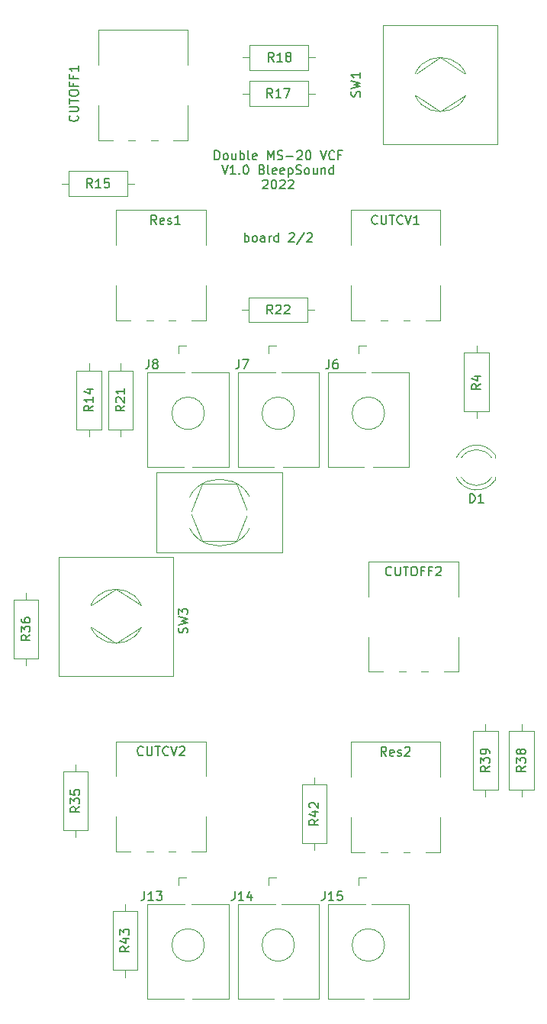
<source format=gto>
G04 #@! TF.GenerationSoftware,KiCad,Pcbnew,(6.0.1)*
G04 #@! TF.CreationDate,2022-02-07T13:42:59+01:00*
G04 #@! TF.ProjectId,MS20-VCF,4d533230-2d56-4434-962e-6b696361645f,rev?*
G04 #@! TF.SameCoordinates,Original*
G04 #@! TF.FileFunction,Legend,Top*
G04 #@! TF.FilePolarity,Positive*
%FSLAX46Y46*%
G04 Gerber Fmt 4.6, Leading zero omitted, Abs format (unit mm)*
G04 Created by KiCad (PCBNEW (6.0.1)) date 2022-02-07 13:42:59*
%MOMM*%
%LPD*%
G01*
G04 APERTURE LIST*
%ADD10C,0.150000*%
%ADD11C,0.120000*%
%ADD12C,4.000000*%
%ADD13C,1.800000*%
%ADD14R,1.800000X1.800000*%
%ADD15R,1.930000X1.830000*%
%ADD16C,2.130000*%
%ADD17C,1.600000*%
%ADD18O,1.600000X1.600000*%
%ADD19O,3.700000X2.400000*%
%ADD20O,3.200000X5.000000*%
%ADD21R,1.700000X1.700000*%
%ADD22O,1.700000X1.700000*%
G04 APERTURE END LIST*
D10*
X121261904Y-61452380D02*
X121261904Y-60452380D01*
X121261904Y-60833333D02*
X121357142Y-60785714D01*
X121547619Y-60785714D01*
X121642857Y-60833333D01*
X121690476Y-60880952D01*
X121738095Y-60976190D01*
X121738095Y-61261904D01*
X121690476Y-61357142D01*
X121642857Y-61404761D01*
X121547619Y-61452380D01*
X121357142Y-61452380D01*
X121261904Y-61404761D01*
X122309523Y-61452380D02*
X122214285Y-61404761D01*
X122166666Y-61357142D01*
X122119047Y-61261904D01*
X122119047Y-60976190D01*
X122166666Y-60880952D01*
X122214285Y-60833333D01*
X122309523Y-60785714D01*
X122452380Y-60785714D01*
X122547619Y-60833333D01*
X122595238Y-60880952D01*
X122642857Y-60976190D01*
X122642857Y-61261904D01*
X122595238Y-61357142D01*
X122547619Y-61404761D01*
X122452380Y-61452380D01*
X122309523Y-61452380D01*
X123500000Y-61452380D02*
X123500000Y-60928571D01*
X123452380Y-60833333D01*
X123357142Y-60785714D01*
X123166666Y-60785714D01*
X123071428Y-60833333D01*
X123500000Y-61404761D02*
X123404761Y-61452380D01*
X123166666Y-61452380D01*
X123071428Y-61404761D01*
X123023809Y-61309523D01*
X123023809Y-61214285D01*
X123071428Y-61119047D01*
X123166666Y-61071428D01*
X123404761Y-61071428D01*
X123500000Y-61023809D01*
X123976190Y-61452380D02*
X123976190Y-60785714D01*
X123976190Y-60976190D02*
X124023809Y-60880952D01*
X124071428Y-60833333D01*
X124166666Y-60785714D01*
X124261904Y-60785714D01*
X125023809Y-61452380D02*
X125023809Y-60452380D01*
X125023809Y-61404761D02*
X124928571Y-61452380D01*
X124738095Y-61452380D01*
X124642857Y-61404761D01*
X124595238Y-61357142D01*
X124547619Y-61261904D01*
X124547619Y-60976190D01*
X124595238Y-60880952D01*
X124642857Y-60833333D01*
X124738095Y-60785714D01*
X124928571Y-60785714D01*
X125023809Y-60833333D01*
X126214285Y-60547619D02*
X126261904Y-60500000D01*
X126357142Y-60452380D01*
X126595238Y-60452380D01*
X126690476Y-60500000D01*
X126738095Y-60547619D01*
X126785714Y-60642857D01*
X126785714Y-60738095D01*
X126738095Y-60880952D01*
X126166666Y-61452380D01*
X126785714Y-61452380D01*
X127928571Y-60404761D02*
X127071428Y-61690476D01*
X128214285Y-60547619D02*
X128261904Y-60500000D01*
X128357142Y-60452380D01*
X128595238Y-60452380D01*
X128690476Y-60500000D01*
X128738095Y-60547619D01*
X128785714Y-60642857D01*
X128785714Y-60738095D01*
X128738095Y-60880952D01*
X128166666Y-61452380D01*
X128785714Y-61452380D01*
X117952380Y-52342380D02*
X117952380Y-51342380D01*
X118190476Y-51342380D01*
X118333333Y-51390000D01*
X118428571Y-51485238D01*
X118476190Y-51580476D01*
X118523809Y-51770952D01*
X118523809Y-51913809D01*
X118476190Y-52104285D01*
X118428571Y-52199523D01*
X118333333Y-52294761D01*
X118190476Y-52342380D01*
X117952380Y-52342380D01*
X119095238Y-52342380D02*
X119000000Y-52294761D01*
X118952380Y-52247142D01*
X118904761Y-52151904D01*
X118904761Y-51866190D01*
X118952380Y-51770952D01*
X119000000Y-51723333D01*
X119095238Y-51675714D01*
X119238095Y-51675714D01*
X119333333Y-51723333D01*
X119380952Y-51770952D01*
X119428571Y-51866190D01*
X119428571Y-52151904D01*
X119380952Y-52247142D01*
X119333333Y-52294761D01*
X119238095Y-52342380D01*
X119095238Y-52342380D01*
X120285714Y-51675714D02*
X120285714Y-52342380D01*
X119857142Y-51675714D02*
X119857142Y-52199523D01*
X119904761Y-52294761D01*
X120000000Y-52342380D01*
X120142857Y-52342380D01*
X120238095Y-52294761D01*
X120285714Y-52247142D01*
X120761904Y-52342380D02*
X120761904Y-51342380D01*
X120761904Y-51723333D02*
X120857142Y-51675714D01*
X121047619Y-51675714D01*
X121142857Y-51723333D01*
X121190476Y-51770952D01*
X121238095Y-51866190D01*
X121238095Y-52151904D01*
X121190476Y-52247142D01*
X121142857Y-52294761D01*
X121047619Y-52342380D01*
X120857142Y-52342380D01*
X120761904Y-52294761D01*
X121809523Y-52342380D02*
X121714285Y-52294761D01*
X121666666Y-52199523D01*
X121666666Y-51342380D01*
X122571428Y-52294761D02*
X122476190Y-52342380D01*
X122285714Y-52342380D01*
X122190476Y-52294761D01*
X122142857Y-52199523D01*
X122142857Y-51818571D01*
X122190476Y-51723333D01*
X122285714Y-51675714D01*
X122476190Y-51675714D01*
X122571428Y-51723333D01*
X122619047Y-51818571D01*
X122619047Y-51913809D01*
X122142857Y-52009047D01*
X123809523Y-52342380D02*
X123809523Y-51342380D01*
X124142857Y-52056666D01*
X124476190Y-51342380D01*
X124476190Y-52342380D01*
X124904761Y-52294761D02*
X125047619Y-52342380D01*
X125285714Y-52342380D01*
X125380952Y-52294761D01*
X125428571Y-52247142D01*
X125476190Y-52151904D01*
X125476190Y-52056666D01*
X125428571Y-51961428D01*
X125380952Y-51913809D01*
X125285714Y-51866190D01*
X125095238Y-51818571D01*
X125000000Y-51770952D01*
X124952380Y-51723333D01*
X124904761Y-51628095D01*
X124904761Y-51532857D01*
X124952380Y-51437619D01*
X125000000Y-51390000D01*
X125095238Y-51342380D01*
X125333333Y-51342380D01*
X125476190Y-51390000D01*
X125904761Y-51961428D02*
X126666666Y-51961428D01*
X127095238Y-51437619D02*
X127142857Y-51390000D01*
X127238095Y-51342380D01*
X127476190Y-51342380D01*
X127571428Y-51390000D01*
X127619047Y-51437619D01*
X127666666Y-51532857D01*
X127666666Y-51628095D01*
X127619047Y-51770952D01*
X127047619Y-52342380D01*
X127666666Y-52342380D01*
X128285714Y-51342380D02*
X128380952Y-51342380D01*
X128476190Y-51390000D01*
X128523809Y-51437619D01*
X128571428Y-51532857D01*
X128619047Y-51723333D01*
X128619047Y-51961428D01*
X128571428Y-52151904D01*
X128523809Y-52247142D01*
X128476190Y-52294761D01*
X128380952Y-52342380D01*
X128285714Y-52342380D01*
X128190476Y-52294761D01*
X128142857Y-52247142D01*
X128095238Y-52151904D01*
X128047619Y-51961428D01*
X128047619Y-51723333D01*
X128095238Y-51532857D01*
X128142857Y-51437619D01*
X128190476Y-51390000D01*
X128285714Y-51342380D01*
X129666666Y-51342380D02*
X130000000Y-52342380D01*
X130333333Y-51342380D01*
X131238095Y-52247142D02*
X131190476Y-52294761D01*
X131047619Y-52342380D01*
X130952380Y-52342380D01*
X130809523Y-52294761D01*
X130714285Y-52199523D01*
X130666666Y-52104285D01*
X130619047Y-51913809D01*
X130619047Y-51770952D01*
X130666666Y-51580476D01*
X130714285Y-51485238D01*
X130809523Y-51390000D01*
X130952380Y-51342380D01*
X131047619Y-51342380D01*
X131190476Y-51390000D01*
X131238095Y-51437619D01*
X132000000Y-51818571D02*
X131666666Y-51818571D01*
X131666666Y-52342380D02*
X131666666Y-51342380D01*
X132142857Y-51342380D01*
X118738095Y-52952380D02*
X119071428Y-53952380D01*
X119404761Y-52952380D01*
X120261904Y-53952380D02*
X119690476Y-53952380D01*
X119976190Y-53952380D02*
X119976190Y-52952380D01*
X119880952Y-53095238D01*
X119785714Y-53190476D01*
X119690476Y-53238095D01*
X120690476Y-53857142D02*
X120738095Y-53904761D01*
X120690476Y-53952380D01*
X120642857Y-53904761D01*
X120690476Y-53857142D01*
X120690476Y-53952380D01*
X121357142Y-52952380D02*
X121452380Y-52952380D01*
X121547619Y-53000000D01*
X121595238Y-53047619D01*
X121642857Y-53142857D01*
X121690476Y-53333333D01*
X121690476Y-53571428D01*
X121642857Y-53761904D01*
X121595238Y-53857142D01*
X121547619Y-53904761D01*
X121452380Y-53952380D01*
X121357142Y-53952380D01*
X121261904Y-53904761D01*
X121214285Y-53857142D01*
X121166666Y-53761904D01*
X121119047Y-53571428D01*
X121119047Y-53333333D01*
X121166666Y-53142857D01*
X121214285Y-53047619D01*
X121261904Y-53000000D01*
X121357142Y-52952380D01*
X123214285Y-53428571D02*
X123357142Y-53476190D01*
X123404761Y-53523809D01*
X123452380Y-53619047D01*
X123452380Y-53761904D01*
X123404761Y-53857142D01*
X123357142Y-53904761D01*
X123261904Y-53952380D01*
X122880952Y-53952380D01*
X122880952Y-52952380D01*
X123214285Y-52952380D01*
X123309523Y-53000000D01*
X123357142Y-53047619D01*
X123404761Y-53142857D01*
X123404761Y-53238095D01*
X123357142Y-53333333D01*
X123309523Y-53380952D01*
X123214285Y-53428571D01*
X122880952Y-53428571D01*
X124023809Y-53952380D02*
X123928571Y-53904761D01*
X123880952Y-53809523D01*
X123880952Y-52952380D01*
X124785714Y-53904761D02*
X124690476Y-53952380D01*
X124500000Y-53952380D01*
X124404761Y-53904761D01*
X124357142Y-53809523D01*
X124357142Y-53428571D01*
X124404761Y-53333333D01*
X124500000Y-53285714D01*
X124690476Y-53285714D01*
X124785714Y-53333333D01*
X124833333Y-53428571D01*
X124833333Y-53523809D01*
X124357142Y-53619047D01*
X125642857Y-53904761D02*
X125547619Y-53952380D01*
X125357142Y-53952380D01*
X125261904Y-53904761D01*
X125214285Y-53809523D01*
X125214285Y-53428571D01*
X125261904Y-53333333D01*
X125357142Y-53285714D01*
X125547619Y-53285714D01*
X125642857Y-53333333D01*
X125690476Y-53428571D01*
X125690476Y-53523809D01*
X125214285Y-53619047D01*
X126119047Y-53285714D02*
X126119047Y-54285714D01*
X126119047Y-53333333D02*
X126214285Y-53285714D01*
X126404761Y-53285714D01*
X126500000Y-53333333D01*
X126547619Y-53380952D01*
X126595238Y-53476190D01*
X126595238Y-53761904D01*
X126547619Y-53857142D01*
X126500000Y-53904761D01*
X126404761Y-53952380D01*
X126214285Y-53952380D01*
X126119047Y-53904761D01*
X126976190Y-53904761D02*
X127119047Y-53952380D01*
X127357142Y-53952380D01*
X127452380Y-53904761D01*
X127500000Y-53857142D01*
X127547619Y-53761904D01*
X127547619Y-53666666D01*
X127500000Y-53571428D01*
X127452380Y-53523809D01*
X127357142Y-53476190D01*
X127166666Y-53428571D01*
X127071428Y-53380952D01*
X127023809Y-53333333D01*
X126976190Y-53238095D01*
X126976190Y-53142857D01*
X127023809Y-53047619D01*
X127071428Y-53000000D01*
X127166666Y-52952380D01*
X127404761Y-52952380D01*
X127547619Y-53000000D01*
X128119047Y-53952380D02*
X128023809Y-53904761D01*
X127976190Y-53857142D01*
X127928571Y-53761904D01*
X127928571Y-53476190D01*
X127976190Y-53380952D01*
X128023809Y-53333333D01*
X128119047Y-53285714D01*
X128261904Y-53285714D01*
X128357142Y-53333333D01*
X128404761Y-53380952D01*
X128452380Y-53476190D01*
X128452380Y-53761904D01*
X128404761Y-53857142D01*
X128357142Y-53904761D01*
X128261904Y-53952380D01*
X128119047Y-53952380D01*
X129309523Y-53285714D02*
X129309523Y-53952380D01*
X128880952Y-53285714D02*
X128880952Y-53809523D01*
X128928571Y-53904761D01*
X129023809Y-53952380D01*
X129166666Y-53952380D01*
X129261904Y-53904761D01*
X129309523Y-53857142D01*
X129785714Y-53285714D02*
X129785714Y-53952380D01*
X129785714Y-53380952D02*
X129833333Y-53333333D01*
X129928571Y-53285714D01*
X130071428Y-53285714D01*
X130166666Y-53333333D01*
X130214285Y-53428571D01*
X130214285Y-53952380D01*
X131119047Y-53952380D02*
X131119047Y-52952380D01*
X131119047Y-53904761D02*
X131023809Y-53952380D01*
X130833333Y-53952380D01*
X130738095Y-53904761D01*
X130690476Y-53857142D01*
X130642857Y-53761904D01*
X130642857Y-53476190D01*
X130690476Y-53380952D01*
X130738095Y-53333333D01*
X130833333Y-53285714D01*
X131023809Y-53285714D01*
X131119047Y-53333333D01*
X123285714Y-54657619D02*
X123333333Y-54610000D01*
X123428571Y-54562380D01*
X123666666Y-54562380D01*
X123761904Y-54610000D01*
X123809523Y-54657619D01*
X123857142Y-54752857D01*
X123857142Y-54848095D01*
X123809523Y-54990952D01*
X123238095Y-55562380D01*
X123857142Y-55562380D01*
X124476190Y-54562380D02*
X124571428Y-54562380D01*
X124666666Y-54610000D01*
X124714285Y-54657619D01*
X124761904Y-54752857D01*
X124809523Y-54943333D01*
X124809523Y-55181428D01*
X124761904Y-55371904D01*
X124714285Y-55467142D01*
X124666666Y-55514761D01*
X124571428Y-55562380D01*
X124476190Y-55562380D01*
X124380952Y-55514761D01*
X124333333Y-55467142D01*
X124285714Y-55371904D01*
X124238095Y-55181428D01*
X124238095Y-54943333D01*
X124285714Y-54752857D01*
X124333333Y-54657619D01*
X124380952Y-54610000D01*
X124476190Y-54562380D01*
X125190476Y-54657619D02*
X125238095Y-54610000D01*
X125333333Y-54562380D01*
X125571428Y-54562380D01*
X125666666Y-54610000D01*
X125714285Y-54657619D01*
X125761904Y-54752857D01*
X125761904Y-54848095D01*
X125714285Y-54990952D01*
X125142857Y-55562380D01*
X125761904Y-55562380D01*
X126142857Y-54657619D02*
X126190476Y-54610000D01*
X126285714Y-54562380D01*
X126523809Y-54562380D01*
X126619047Y-54610000D01*
X126666666Y-54657619D01*
X126714285Y-54752857D01*
X126714285Y-54848095D01*
X126666666Y-54990952D01*
X126095238Y-55562380D01*
X126714285Y-55562380D01*
X136000000Y-59407142D02*
X135952380Y-59454761D01*
X135809523Y-59502380D01*
X135714285Y-59502380D01*
X135571428Y-59454761D01*
X135476190Y-59359523D01*
X135428571Y-59264285D01*
X135380952Y-59073809D01*
X135380952Y-58930952D01*
X135428571Y-58740476D01*
X135476190Y-58645238D01*
X135571428Y-58550000D01*
X135714285Y-58502380D01*
X135809523Y-58502380D01*
X135952380Y-58550000D01*
X136000000Y-58597619D01*
X136428571Y-58502380D02*
X136428571Y-59311904D01*
X136476190Y-59407142D01*
X136523809Y-59454761D01*
X136619047Y-59502380D01*
X136809523Y-59502380D01*
X136904761Y-59454761D01*
X136952380Y-59407142D01*
X137000000Y-59311904D01*
X137000000Y-58502380D01*
X137333333Y-58502380D02*
X137904761Y-58502380D01*
X137619047Y-59502380D02*
X137619047Y-58502380D01*
X138809523Y-59407142D02*
X138761904Y-59454761D01*
X138619047Y-59502380D01*
X138523809Y-59502380D01*
X138380952Y-59454761D01*
X138285714Y-59359523D01*
X138238095Y-59264285D01*
X138190476Y-59073809D01*
X138190476Y-58930952D01*
X138238095Y-58740476D01*
X138285714Y-58645238D01*
X138380952Y-58550000D01*
X138523809Y-58502380D01*
X138619047Y-58502380D01*
X138761904Y-58550000D01*
X138809523Y-58597619D01*
X139095238Y-58502380D02*
X139428571Y-59502380D01*
X139761904Y-58502380D01*
X140619047Y-59502380D02*
X140047619Y-59502380D01*
X140333333Y-59502380D02*
X140333333Y-58502380D01*
X140238095Y-58645238D01*
X140142857Y-58740476D01*
X140047619Y-58788095D01*
X102707142Y-47452380D02*
X102754761Y-47500000D01*
X102802380Y-47642857D01*
X102802380Y-47738095D01*
X102754761Y-47880952D01*
X102659523Y-47976190D01*
X102564285Y-48023809D01*
X102373809Y-48071428D01*
X102230952Y-48071428D01*
X102040476Y-48023809D01*
X101945238Y-47976190D01*
X101850000Y-47880952D01*
X101802380Y-47738095D01*
X101802380Y-47642857D01*
X101850000Y-47500000D01*
X101897619Y-47452380D01*
X101802380Y-47023809D02*
X102611904Y-47023809D01*
X102707142Y-46976190D01*
X102754761Y-46928571D01*
X102802380Y-46833333D01*
X102802380Y-46642857D01*
X102754761Y-46547619D01*
X102707142Y-46500000D01*
X102611904Y-46452380D01*
X101802380Y-46452380D01*
X101802380Y-46119047D02*
X101802380Y-45547619D01*
X102802380Y-45833333D02*
X101802380Y-45833333D01*
X101802380Y-45023809D02*
X101802380Y-44833333D01*
X101850000Y-44738095D01*
X101945238Y-44642857D01*
X102135714Y-44595238D01*
X102469047Y-44595238D01*
X102659523Y-44642857D01*
X102754761Y-44738095D01*
X102802380Y-44833333D01*
X102802380Y-45023809D01*
X102754761Y-45119047D01*
X102659523Y-45214285D01*
X102469047Y-45261904D01*
X102135714Y-45261904D01*
X101945238Y-45214285D01*
X101850000Y-45119047D01*
X101802380Y-45023809D01*
X102278571Y-43833333D02*
X102278571Y-44166666D01*
X102802380Y-44166666D02*
X101802380Y-44166666D01*
X101802380Y-43690476D01*
X102278571Y-42976190D02*
X102278571Y-43309523D01*
X102802380Y-43309523D02*
X101802380Y-43309523D01*
X101802380Y-42833333D01*
X102802380Y-41928571D02*
X102802380Y-42500000D01*
X102802380Y-42214285D02*
X101802380Y-42214285D01*
X101945238Y-42309523D01*
X102040476Y-42404761D01*
X102088095Y-42500000D01*
X146266904Y-90412380D02*
X146266904Y-89412380D01*
X146505000Y-89412380D01*
X146647857Y-89460000D01*
X146743095Y-89555238D01*
X146790714Y-89650476D01*
X146838333Y-89840952D01*
X146838333Y-89983809D01*
X146790714Y-90174285D01*
X146743095Y-90269523D01*
X146647857Y-90364761D01*
X146505000Y-90412380D01*
X146266904Y-90412380D01*
X147790714Y-90412380D02*
X147219285Y-90412380D01*
X147505000Y-90412380D02*
X147505000Y-89412380D01*
X147409761Y-89555238D01*
X147314523Y-89650476D01*
X147219285Y-89698095D01*
X130636666Y-74532380D02*
X130636666Y-75246666D01*
X130589047Y-75389523D01*
X130493809Y-75484761D01*
X130350952Y-75532380D01*
X130255714Y-75532380D01*
X131541428Y-74532380D02*
X131350952Y-74532380D01*
X131255714Y-74580000D01*
X131208095Y-74627619D01*
X131112857Y-74770476D01*
X131065238Y-74960952D01*
X131065238Y-75341904D01*
X131112857Y-75437142D01*
X131160476Y-75484761D01*
X131255714Y-75532380D01*
X131446190Y-75532380D01*
X131541428Y-75484761D01*
X131589047Y-75437142D01*
X131636666Y-75341904D01*
X131636666Y-75103809D01*
X131589047Y-75008571D01*
X131541428Y-74960952D01*
X131446190Y-74913333D01*
X131255714Y-74913333D01*
X131160476Y-74960952D01*
X131112857Y-75008571D01*
X131065238Y-75103809D01*
X120636666Y-74532380D02*
X120636666Y-75246666D01*
X120589047Y-75389523D01*
X120493809Y-75484761D01*
X120350952Y-75532380D01*
X120255714Y-75532380D01*
X121017619Y-74532380D02*
X121684285Y-74532380D01*
X121255714Y-75532380D01*
X110636666Y-74532380D02*
X110636666Y-75246666D01*
X110589047Y-75389523D01*
X110493809Y-75484761D01*
X110350952Y-75532380D01*
X110255714Y-75532380D01*
X111255714Y-74960952D02*
X111160476Y-74913333D01*
X111112857Y-74865714D01*
X111065238Y-74770476D01*
X111065238Y-74722857D01*
X111112857Y-74627619D01*
X111160476Y-74580000D01*
X111255714Y-74532380D01*
X111446190Y-74532380D01*
X111541428Y-74580000D01*
X111589047Y-74627619D01*
X111636666Y-74722857D01*
X111636666Y-74770476D01*
X111589047Y-74865714D01*
X111541428Y-74913333D01*
X111446190Y-74960952D01*
X111255714Y-74960952D01*
X111160476Y-75008571D01*
X111112857Y-75056190D01*
X111065238Y-75151428D01*
X111065238Y-75341904D01*
X111112857Y-75437142D01*
X111160476Y-75484761D01*
X111255714Y-75532380D01*
X111446190Y-75532380D01*
X111541428Y-75484761D01*
X111589047Y-75437142D01*
X111636666Y-75341904D01*
X111636666Y-75151428D01*
X111589047Y-75056190D01*
X111541428Y-75008571D01*
X111446190Y-74960952D01*
X104452380Y-79642857D02*
X103976190Y-79976190D01*
X104452380Y-80214285D02*
X103452380Y-80214285D01*
X103452380Y-79833333D01*
X103500000Y-79738095D01*
X103547619Y-79690476D01*
X103642857Y-79642857D01*
X103785714Y-79642857D01*
X103880952Y-79690476D01*
X103928571Y-79738095D01*
X103976190Y-79833333D01*
X103976190Y-80214285D01*
X104452380Y-78690476D02*
X104452380Y-79261904D01*
X104452380Y-78976190D02*
X103452380Y-78976190D01*
X103595238Y-79071428D01*
X103690476Y-79166666D01*
X103738095Y-79261904D01*
X103785714Y-77833333D02*
X104452380Y-77833333D01*
X103404761Y-78071428D02*
X104119047Y-78309523D01*
X104119047Y-77690476D01*
X104357142Y-55452380D02*
X104023809Y-54976190D01*
X103785714Y-55452380D02*
X103785714Y-54452380D01*
X104166666Y-54452380D01*
X104261904Y-54500000D01*
X104309523Y-54547619D01*
X104357142Y-54642857D01*
X104357142Y-54785714D01*
X104309523Y-54880952D01*
X104261904Y-54928571D01*
X104166666Y-54976190D01*
X103785714Y-54976190D01*
X105309523Y-55452380D02*
X104738095Y-55452380D01*
X105023809Y-55452380D02*
X105023809Y-54452380D01*
X104928571Y-54595238D01*
X104833333Y-54690476D01*
X104738095Y-54738095D01*
X106214285Y-54452380D02*
X105738095Y-54452380D01*
X105690476Y-54928571D01*
X105738095Y-54880952D01*
X105833333Y-54833333D01*
X106071428Y-54833333D01*
X106166666Y-54880952D01*
X106214285Y-54928571D01*
X106261904Y-55023809D01*
X106261904Y-55261904D01*
X106214285Y-55357142D01*
X106166666Y-55404761D01*
X106071428Y-55452380D01*
X105833333Y-55452380D01*
X105738095Y-55404761D01*
X105690476Y-55357142D01*
X124357142Y-45452380D02*
X124023809Y-44976190D01*
X123785714Y-45452380D02*
X123785714Y-44452380D01*
X124166666Y-44452380D01*
X124261904Y-44500000D01*
X124309523Y-44547619D01*
X124357142Y-44642857D01*
X124357142Y-44785714D01*
X124309523Y-44880952D01*
X124261904Y-44928571D01*
X124166666Y-44976190D01*
X123785714Y-44976190D01*
X125309523Y-45452380D02*
X124738095Y-45452380D01*
X125023809Y-45452380D02*
X125023809Y-44452380D01*
X124928571Y-44595238D01*
X124833333Y-44690476D01*
X124738095Y-44738095D01*
X125642857Y-44452380D02*
X126309523Y-44452380D01*
X125880952Y-45452380D01*
X124517142Y-41452380D02*
X124183809Y-40976190D01*
X123945714Y-41452380D02*
X123945714Y-40452380D01*
X124326666Y-40452380D01*
X124421904Y-40500000D01*
X124469523Y-40547619D01*
X124517142Y-40642857D01*
X124517142Y-40785714D01*
X124469523Y-40880952D01*
X124421904Y-40928571D01*
X124326666Y-40976190D01*
X123945714Y-40976190D01*
X125469523Y-41452380D02*
X124898095Y-41452380D01*
X125183809Y-41452380D02*
X125183809Y-40452380D01*
X125088571Y-40595238D01*
X124993333Y-40690476D01*
X124898095Y-40738095D01*
X126040952Y-40880952D02*
X125945714Y-40833333D01*
X125898095Y-40785714D01*
X125850476Y-40690476D01*
X125850476Y-40642857D01*
X125898095Y-40547619D01*
X125945714Y-40500000D01*
X126040952Y-40452380D01*
X126231428Y-40452380D01*
X126326666Y-40500000D01*
X126374285Y-40547619D01*
X126421904Y-40642857D01*
X126421904Y-40690476D01*
X126374285Y-40785714D01*
X126326666Y-40833333D01*
X126231428Y-40880952D01*
X126040952Y-40880952D01*
X125945714Y-40928571D01*
X125898095Y-40976190D01*
X125850476Y-41071428D01*
X125850476Y-41261904D01*
X125898095Y-41357142D01*
X125945714Y-41404761D01*
X126040952Y-41452380D01*
X126231428Y-41452380D01*
X126326666Y-41404761D01*
X126374285Y-41357142D01*
X126421904Y-41261904D01*
X126421904Y-41071428D01*
X126374285Y-40976190D01*
X126326666Y-40928571D01*
X126231428Y-40880952D01*
X107952380Y-79642857D02*
X107476190Y-79976190D01*
X107952380Y-80214285D02*
X106952380Y-80214285D01*
X106952380Y-79833333D01*
X107000000Y-79738095D01*
X107047619Y-79690476D01*
X107142857Y-79642857D01*
X107285714Y-79642857D01*
X107380952Y-79690476D01*
X107428571Y-79738095D01*
X107476190Y-79833333D01*
X107476190Y-80214285D01*
X107047619Y-79261904D02*
X107000000Y-79214285D01*
X106952380Y-79119047D01*
X106952380Y-78880952D01*
X107000000Y-78785714D01*
X107047619Y-78738095D01*
X107142857Y-78690476D01*
X107238095Y-78690476D01*
X107380952Y-78738095D01*
X107952380Y-79309523D01*
X107952380Y-78690476D01*
X107952380Y-77738095D02*
X107952380Y-78309523D01*
X107952380Y-78023809D02*
X106952380Y-78023809D01*
X107095238Y-78119047D01*
X107190476Y-78214285D01*
X107238095Y-78309523D01*
X124357142Y-69452380D02*
X124023809Y-68976190D01*
X123785714Y-69452380D02*
X123785714Y-68452380D01*
X124166666Y-68452380D01*
X124261904Y-68500000D01*
X124309523Y-68547619D01*
X124357142Y-68642857D01*
X124357142Y-68785714D01*
X124309523Y-68880952D01*
X124261904Y-68928571D01*
X124166666Y-68976190D01*
X123785714Y-68976190D01*
X124738095Y-68547619D02*
X124785714Y-68500000D01*
X124880952Y-68452380D01*
X125119047Y-68452380D01*
X125214285Y-68500000D01*
X125261904Y-68547619D01*
X125309523Y-68642857D01*
X125309523Y-68738095D01*
X125261904Y-68880952D01*
X124690476Y-69452380D01*
X125309523Y-69452380D01*
X125690476Y-68547619D02*
X125738095Y-68500000D01*
X125833333Y-68452380D01*
X126071428Y-68452380D01*
X126166666Y-68500000D01*
X126214285Y-68547619D01*
X126261904Y-68642857D01*
X126261904Y-68738095D01*
X126214285Y-68880952D01*
X125642857Y-69452380D01*
X126261904Y-69452380D01*
X129452380Y-125562857D02*
X128976190Y-125896190D01*
X129452380Y-126134285D02*
X128452380Y-126134285D01*
X128452380Y-125753333D01*
X128500000Y-125658095D01*
X128547619Y-125610476D01*
X128642857Y-125562857D01*
X128785714Y-125562857D01*
X128880952Y-125610476D01*
X128928571Y-125658095D01*
X128976190Y-125753333D01*
X128976190Y-126134285D01*
X128785714Y-124705714D02*
X129452380Y-124705714D01*
X128404761Y-124943809D02*
X129119047Y-125181904D01*
X129119047Y-124562857D01*
X128547619Y-124229523D02*
X128500000Y-124181904D01*
X128452380Y-124086666D01*
X128452380Y-123848571D01*
X128500000Y-123753333D01*
X128547619Y-123705714D01*
X128642857Y-123658095D01*
X128738095Y-123658095D01*
X128880952Y-123705714D01*
X129452380Y-124277142D01*
X129452380Y-123658095D01*
X108452380Y-139642857D02*
X107976190Y-139976190D01*
X108452380Y-140214285D02*
X107452380Y-140214285D01*
X107452380Y-139833333D01*
X107500000Y-139738095D01*
X107547619Y-139690476D01*
X107642857Y-139642857D01*
X107785714Y-139642857D01*
X107880952Y-139690476D01*
X107928571Y-139738095D01*
X107976190Y-139833333D01*
X107976190Y-140214285D01*
X107785714Y-138785714D02*
X108452380Y-138785714D01*
X107404761Y-139023809D02*
X108119047Y-139261904D01*
X108119047Y-138642857D01*
X107452380Y-138357142D02*
X107452380Y-137738095D01*
X107833333Y-138071428D01*
X107833333Y-137928571D01*
X107880952Y-137833333D01*
X107928571Y-137785714D01*
X108023809Y-137738095D01*
X108261904Y-137738095D01*
X108357142Y-137785714D01*
X108404761Y-137833333D01*
X108452380Y-137928571D01*
X108452380Y-138214285D01*
X108404761Y-138309523D01*
X108357142Y-138357142D01*
X111500000Y-59502380D02*
X111166666Y-59026190D01*
X110928571Y-59502380D02*
X110928571Y-58502380D01*
X111309523Y-58502380D01*
X111404761Y-58550000D01*
X111452380Y-58597619D01*
X111500000Y-58692857D01*
X111500000Y-58835714D01*
X111452380Y-58930952D01*
X111404761Y-58978571D01*
X111309523Y-59026190D01*
X110928571Y-59026190D01*
X112309523Y-59454761D02*
X112214285Y-59502380D01*
X112023809Y-59502380D01*
X111928571Y-59454761D01*
X111880952Y-59359523D01*
X111880952Y-58978571D01*
X111928571Y-58883333D01*
X112023809Y-58835714D01*
X112214285Y-58835714D01*
X112309523Y-58883333D01*
X112357142Y-58978571D01*
X112357142Y-59073809D01*
X111880952Y-59169047D01*
X112738095Y-59454761D02*
X112833333Y-59502380D01*
X113023809Y-59502380D01*
X113119047Y-59454761D01*
X113166666Y-59359523D01*
X113166666Y-59311904D01*
X113119047Y-59216666D01*
X113023809Y-59169047D01*
X112880952Y-59169047D01*
X112785714Y-59121428D01*
X112738095Y-59026190D01*
X112738095Y-58978571D01*
X112785714Y-58883333D01*
X112880952Y-58835714D01*
X113023809Y-58835714D01*
X113119047Y-58883333D01*
X114119047Y-59502380D02*
X113547619Y-59502380D01*
X113833333Y-59502380D02*
X113833333Y-58502380D01*
X113738095Y-58645238D01*
X113642857Y-58740476D01*
X113547619Y-58788095D01*
X134054761Y-45333333D02*
X134102380Y-45190476D01*
X134102380Y-44952380D01*
X134054761Y-44857142D01*
X134007142Y-44809523D01*
X133911904Y-44761904D01*
X133816666Y-44761904D01*
X133721428Y-44809523D01*
X133673809Y-44857142D01*
X133626190Y-44952380D01*
X133578571Y-45142857D01*
X133530952Y-45238095D01*
X133483333Y-45285714D01*
X133388095Y-45333333D01*
X133292857Y-45333333D01*
X133197619Y-45285714D01*
X133150000Y-45238095D01*
X133102380Y-45142857D01*
X133102380Y-44904761D01*
X133150000Y-44761904D01*
X133102380Y-44428571D02*
X134102380Y-44190476D01*
X133388095Y-44000000D01*
X134102380Y-43809523D01*
X133102380Y-43571428D01*
X134102380Y-42666666D02*
X134102380Y-43238095D01*
X134102380Y-42952380D02*
X133102380Y-42952380D01*
X133245238Y-43047619D01*
X133340476Y-43142857D01*
X133388095Y-43238095D01*
X110160476Y-133532380D02*
X110160476Y-134246666D01*
X110112857Y-134389523D01*
X110017619Y-134484761D01*
X109874761Y-134532380D01*
X109779523Y-134532380D01*
X111160476Y-134532380D02*
X110589047Y-134532380D01*
X110874761Y-134532380D02*
X110874761Y-133532380D01*
X110779523Y-133675238D01*
X110684285Y-133770476D01*
X110589047Y-133818095D01*
X111493809Y-133532380D02*
X112112857Y-133532380D01*
X111779523Y-133913333D01*
X111922380Y-133913333D01*
X112017619Y-133960952D01*
X112065238Y-134008571D01*
X112112857Y-134103809D01*
X112112857Y-134341904D01*
X112065238Y-134437142D01*
X112017619Y-134484761D01*
X111922380Y-134532380D01*
X111636666Y-134532380D01*
X111541428Y-134484761D01*
X111493809Y-134437142D01*
X120160476Y-133532380D02*
X120160476Y-134246666D01*
X120112857Y-134389523D01*
X120017619Y-134484761D01*
X119874761Y-134532380D01*
X119779523Y-134532380D01*
X121160476Y-134532380D02*
X120589047Y-134532380D01*
X120874761Y-134532380D02*
X120874761Y-133532380D01*
X120779523Y-133675238D01*
X120684285Y-133770476D01*
X120589047Y-133818095D01*
X122017619Y-133865714D02*
X122017619Y-134532380D01*
X121779523Y-133484761D02*
X121541428Y-134199047D01*
X122160476Y-134199047D01*
X130160476Y-133532380D02*
X130160476Y-134246666D01*
X130112857Y-134389523D01*
X130017619Y-134484761D01*
X129874761Y-134532380D01*
X129779523Y-134532380D01*
X131160476Y-134532380D02*
X130589047Y-134532380D01*
X130874761Y-134532380D02*
X130874761Y-133532380D01*
X130779523Y-133675238D01*
X130684285Y-133770476D01*
X130589047Y-133818095D01*
X132065238Y-133532380D02*
X131589047Y-133532380D01*
X131541428Y-134008571D01*
X131589047Y-133960952D01*
X131684285Y-133913333D01*
X131922380Y-133913333D01*
X132017619Y-133960952D01*
X132065238Y-134008571D01*
X132112857Y-134103809D01*
X132112857Y-134341904D01*
X132065238Y-134437142D01*
X132017619Y-134484761D01*
X131922380Y-134532380D01*
X131684285Y-134532380D01*
X131589047Y-134484761D01*
X131541428Y-134437142D01*
X147452380Y-77246666D02*
X146976190Y-77580000D01*
X147452380Y-77818095D02*
X146452380Y-77818095D01*
X146452380Y-77437142D01*
X146500000Y-77341904D01*
X146547619Y-77294285D01*
X146642857Y-77246666D01*
X146785714Y-77246666D01*
X146880952Y-77294285D01*
X146928571Y-77341904D01*
X146976190Y-77437142D01*
X146976190Y-77818095D01*
X146785714Y-76389523D02*
X147452380Y-76389523D01*
X146404761Y-76627619D02*
X147119047Y-76865714D01*
X147119047Y-76246666D01*
X97452380Y-105062857D02*
X96976190Y-105396190D01*
X97452380Y-105634285D02*
X96452380Y-105634285D01*
X96452380Y-105253333D01*
X96500000Y-105158095D01*
X96547619Y-105110476D01*
X96642857Y-105062857D01*
X96785714Y-105062857D01*
X96880952Y-105110476D01*
X96928571Y-105158095D01*
X96976190Y-105253333D01*
X96976190Y-105634285D01*
X96452380Y-104729523D02*
X96452380Y-104110476D01*
X96833333Y-104443809D01*
X96833333Y-104300952D01*
X96880952Y-104205714D01*
X96928571Y-104158095D01*
X97023809Y-104110476D01*
X97261904Y-104110476D01*
X97357142Y-104158095D01*
X97404761Y-104205714D01*
X97452380Y-104300952D01*
X97452380Y-104586666D01*
X97404761Y-104681904D01*
X97357142Y-104729523D01*
X96452380Y-103253333D02*
X96452380Y-103443809D01*
X96500000Y-103539047D01*
X96547619Y-103586666D01*
X96690476Y-103681904D01*
X96880952Y-103729523D01*
X97261904Y-103729523D01*
X97357142Y-103681904D01*
X97404761Y-103634285D01*
X97452380Y-103539047D01*
X97452380Y-103348571D01*
X97404761Y-103253333D01*
X97357142Y-103205714D01*
X97261904Y-103158095D01*
X97023809Y-103158095D01*
X96928571Y-103205714D01*
X96880952Y-103253333D01*
X96833333Y-103348571D01*
X96833333Y-103539047D01*
X96880952Y-103634285D01*
X96928571Y-103681904D01*
X97023809Y-103729523D01*
X148452380Y-119642857D02*
X147976190Y-119976190D01*
X148452380Y-120214285D02*
X147452380Y-120214285D01*
X147452380Y-119833333D01*
X147500000Y-119738095D01*
X147547619Y-119690476D01*
X147642857Y-119642857D01*
X147785714Y-119642857D01*
X147880952Y-119690476D01*
X147928571Y-119738095D01*
X147976190Y-119833333D01*
X147976190Y-120214285D01*
X147452380Y-119309523D02*
X147452380Y-118690476D01*
X147833333Y-119023809D01*
X147833333Y-118880952D01*
X147880952Y-118785714D01*
X147928571Y-118738095D01*
X148023809Y-118690476D01*
X148261904Y-118690476D01*
X148357142Y-118738095D01*
X148404761Y-118785714D01*
X148452380Y-118880952D01*
X148452380Y-119166666D01*
X148404761Y-119261904D01*
X148357142Y-119309523D01*
X148452380Y-118214285D02*
X148452380Y-118023809D01*
X148404761Y-117928571D01*
X148357142Y-117880952D01*
X148214285Y-117785714D01*
X148023809Y-117738095D01*
X147642857Y-117738095D01*
X147547619Y-117785714D01*
X147500000Y-117833333D01*
X147452380Y-117928571D01*
X147452380Y-118119047D01*
X147500000Y-118214285D01*
X147547619Y-118261904D01*
X147642857Y-118309523D01*
X147880952Y-118309523D01*
X147976190Y-118261904D01*
X148023809Y-118214285D01*
X148071428Y-118119047D01*
X148071428Y-117928571D01*
X148023809Y-117833333D01*
X147976190Y-117785714D01*
X147880952Y-117738095D01*
X152452380Y-119642857D02*
X151976190Y-119976190D01*
X152452380Y-120214285D02*
X151452380Y-120214285D01*
X151452380Y-119833333D01*
X151500000Y-119738095D01*
X151547619Y-119690476D01*
X151642857Y-119642857D01*
X151785714Y-119642857D01*
X151880952Y-119690476D01*
X151928571Y-119738095D01*
X151976190Y-119833333D01*
X151976190Y-120214285D01*
X151452380Y-119309523D02*
X151452380Y-118690476D01*
X151833333Y-119023809D01*
X151833333Y-118880952D01*
X151880952Y-118785714D01*
X151928571Y-118738095D01*
X152023809Y-118690476D01*
X152261904Y-118690476D01*
X152357142Y-118738095D01*
X152404761Y-118785714D01*
X152452380Y-118880952D01*
X152452380Y-119166666D01*
X152404761Y-119261904D01*
X152357142Y-119309523D01*
X151880952Y-118119047D02*
X151833333Y-118214285D01*
X151785714Y-118261904D01*
X151690476Y-118309523D01*
X151642857Y-118309523D01*
X151547619Y-118261904D01*
X151500000Y-118214285D01*
X151452380Y-118119047D01*
X151452380Y-117928571D01*
X151500000Y-117833333D01*
X151547619Y-117785714D01*
X151642857Y-117738095D01*
X151690476Y-117738095D01*
X151785714Y-117785714D01*
X151833333Y-117833333D01*
X151880952Y-117928571D01*
X151880952Y-118119047D01*
X151928571Y-118214285D01*
X151976190Y-118261904D01*
X152071428Y-118309523D01*
X152261904Y-118309523D01*
X152357142Y-118261904D01*
X152404761Y-118214285D01*
X152452380Y-118119047D01*
X152452380Y-117928571D01*
X152404761Y-117833333D01*
X152357142Y-117785714D01*
X152261904Y-117738095D01*
X152071428Y-117738095D01*
X151976190Y-117785714D01*
X151928571Y-117833333D01*
X151880952Y-117928571D01*
X102952380Y-124142857D02*
X102476190Y-124476190D01*
X102952380Y-124714285D02*
X101952380Y-124714285D01*
X101952380Y-124333333D01*
X102000000Y-124238095D01*
X102047619Y-124190476D01*
X102142857Y-124142857D01*
X102285714Y-124142857D01*
X102380952Y-124190476D01*
X102428571Y-124238095D01*
X102476190Y-124333333D01*
X102476190Y-124714285D01*
X101952380Y-123809523D02*
X101952380Y-123190476D01*
X102333333Y-123523809D01*
X102333333Y-123380952D01*
X102380952Y-123285714D01*
X102428571Y-123238095D01*
X102523809Y-123190476D01*
X102761904Y-123190476D01*
X102857142Y-123238095D01*
X102904761Y-123285714D01*
X102952380Y-123380952D01*
X102952380Y-123666666D01*
X102904761Y-123761904D01*
X102857142Y-123809523D01*
X101952380Y-122285714D02*
X101952380Y-122761904D01*
X102428571Y-122809523D01*
X102380952Y-122761904D01*
X102333333Y-122666666D01*
X102333333Y-122428571D01*
X102380952Y-122333333D01*
X102428571Y-122285714D01*
X102523809Y-122238095D01*
X102761904Y-122238095D01*
X102857142Y-122285714D01*
X102904761Y-122333333D01*
X102952380Y-122428571D01*
X102952380Y-122666666D01*
X102904761Y-122761904D01*
X102857142Y-122809523D01*
X114904761Y-104833333D02*
X114952380Y-104690476D01*
X114952380Y-104452380D01*
X114904761Y-104357142D01*
X114857142Y-104309523D01*
X114761904Y-104261904D01*
X114666666Y-104261904D01*
X114571428Y-104309523D01*
X114523809Y-104357142D01*
X114476190Y-104452380D01*
X114428571Y-104642857D01*
X114380952Y-104738095D01*
X114333333Y-104785714D01*
X114238095Y-104833333D01*
X114142857Y-104833333D01*
X114047619Y-104785714D01*
X114000000Y-104738095D01*
X113952380Y-104642857D01*
X113952380Y-104404761D01*
X114000000Y-104261904D01*
X113952380Y-103928571D02*
X114952380Y-103690476D01*
X114238095Y-103500000D01*
X114952380Y-103309523D01*
X113952380Y-103071428D01*
X113952380Y-102785714D02*
X113952380Y-102166666D01*
X114333333Y-102500000D01*
X114333333Y-102357142D01*
X114380952Y-102261904D01*
X114428571Y-102214285D01*
X114523809Y-102166666D01*
X114761904Y-102166666D01*
X114857142Y-102214285D01*
X114904761Y-102261904D01*
X114952380Y-102357142D01*
X114952380Y-102642857D01*
X114904761Y-102738095D01*
X114857142Y-102785714D01*
X110000000Y-118357142D02*
X109952380Y-118404761D01*
X109809523Y-118452380D01*
X109714285Y-118452380D01*
X109571428Y-118404761D01*
X109476190Y-118309523D01*
X109428571Y-118214285D01*
X109380952Y-118023809D01*
X109380952Y-117880952D01*
X109428571Y-117690476D01*
X109476190Y-117595238D01*
X109571428Y-117500000D01*
X109714285Y-117452380D01*
X109809523Y-117452380D01*
X109952380Y-117500000D01*
X110000000Y-117547619D01*
X110428571Y-117452380D02*
X110428571Y-118261904D01*
X110476190Y-118357142D01*
X110523809Y-118404761D01*
X110619047Y-118452380D01*
X110809523Y-118452380D01*
X110904761Y-118404761D01*
X110952380Y-118357142D01*
X111000000Y-118261904D01*
X111000000Y-117452380D01*
X111333333Y-117452380D02*
X111904761Y-117452380D01*
X111619047Y-118452380D02*
X111619047Y-117452380D01*
X112809523Y-118357142D02*
X112761904Y-118404761D01*
X112619047Y-118452380D01*
X112523809Y-118452380D01*
X112380952Y-118404761D01*
X112285714Y-118309523D01*
X112238095Y-118214285D01*
X112190476Y-118023809D01*
X112190476Y-117880952D01*
X112238095Y-117690476D01*
X112285714Y-117595238D01*
X112380952Y-117500000D01*
X112523809Y-117452380D01*
X112619047Y-117452380D01*
X112761904Y-117500000D01*
X112809523Y-117547619D01*
X113095238Y-117452380D02*
X113428571Y-118452380D01*
X113761904Y-117452380D01*
X114047619Y-117547619D02*
X114095238Y-117500000D01*
X114190476Y-117452380D01*
X114428571Y-117452380D01*
X114523809Y-117500000D01*
X114571428Y-117547619D01*
X114619047Y-117642857D01*
X114619047Y-117738095D01*
X114571428Y-117880952D01*
X114000000Y-118452380D01*
X114619047Y-118452380D01*
X137000000Y-118502380D02*
X136666666Y-118026190D01*
X136428571Y-118502380D02*
X136428571Y-117502380D01*
X136809523Y-117502380D01*
X136904761Y-117550000D01*
X136952380Y-117597619D01*
X137000000Y-117692857D01*
X137000000Y-117835714D01*
X136952380Y-117930952D01*
X136904761Y-117978571D01*
X136809523Y-118026190D01*
X136428571Y-118026190D01*
X137809523Y-118454761D02*
X137714285Y-118502380D01*
X137523809Y-118502380D01*
X137428571Y-118454761D01*
X137380952Y-118359523D01*
X137380952Y-117978571D01*
X137428571Y-117883333D01*
X137523809Y-117835714D01*
X137714285Y-117835714D01*
X137809523Y-117883333D01*
X137857142Y-117978571D01*
X137857142Y-118073809D01*
X137380952Y-118169047D01*
X138238095Y-118454761D02*
X138333333Y-118502380D01*
X138523809Y-118502380D01*
X138619047Y-118454761D01*
X138666666Y-118359523D01*
X138666666Y-118311904D01*
X138619047Y-118216666D01*
X138523809Y-118169047D01*
X138380952Y-118169047D01*
X138285714Y-118121428D01*
X138238095Y-118026190D01*
X138238095Y-117978571D01*
X138285714Y-117883333D01*
X138380952Y-117835714D01*
X138523809Y-117835714D01*
X138619047Y-117883333D01*
X139047619Y-117597619D02*
X139095238Y-117550000D01*
X139190476Y-117502380D01*
X139428571Y-117502380D01*
X139523809Y-117550000D01*
X139571428Y-117597619D01*
X139619047Y-117692857D01*
X139619047Y-117788095D01*
X139571428Y-117930952D01*
X139000000Y-118502380D01*
X139619047Y-118502380D01*
X137547619Y-98407142D02*
X137500000Y-98454761D01*
X137357142Y-98502380D01*
X137261904Y-98502380D01*
X137119047Y-98454761D01*
X137023809Y-98359523D01*
X136976190Y-98264285D01*
X136928571Y-98073809D01*
X136928571Y-97930952D01*
X136976190Y-97740476D01*
X137023809Y-97645238D01*
X137119047Y-97550000D01*
X137261904Y-97502380D01*
X137357142Y-97502380D01*
X137500000Y-97550000D01*
X137547619Y-97597619D01*
X137976190Y-97502380D02*
X137976190Y-98311904D01*
X138023809Y-98407142D01*
X138071428Y-98454761D01*
X138166666Y-98502380D01*
X138357142Y-98502380D01*
X138452380Y-98454761D01*
X138500000Y-98407142D01*
X138547619Y-98311904D01*
X138547619Y-97502380D01*
X138880952Y-97502380D02*
X139452380Y-97502380D01*
X139166666Y-98502380D02*
X139166666Y-97502380D01*
X139976190Y-97502380D02*
X140166666Y-97502380D01*
X140261904Y-97550000D01*
X140357142Y-97645238D01*
X140404761Y-97835714D01*
X140404761Y-98169047D01*
X140357142Y-98359523D01*
X140261904Y-98454761D01*
X140166666Y-98502380D01*
X139976190Y-98502380D01*
X139880952Y-98454761D01*
X139785714Y-98359523D01*
X139738095Y-98169047D01*
X139738095Y-97835714D01*
X139785714Y-97645238D01*
X139880952Y-97550000D01*
X139976190Y-97502380D01*
X141166666Y-97978571D02*
X140833333Y-97978571D01*
X140833333Y-98502380D02*
X140833333Y-97502380D01*
X141309523Y-97502380D01*
X142023809Y-97978571D02*
X141690476Y-97978571D01*
X141690476Y-98502380D02*
X141690476Y-97502380D01*
X142166666Y-97502380D01*
X142500000Y-97597619D02*
X142547619Y-97550000D01*
X142642857Y-97502380D01*
X142880952Y-97502380D01*
X142976190Y-97550000D01*
X143023809Y-97597619D01*
X143071428Y-97692857D01*
X143071428Y-97788095D01*
X143023809Y-97930952D01*
X142452380Y-98502380D01*
X143071428Y-98502380D01*
D11*
X136371000Y-70170000D02*
X137130000Y-70170000D01*
X133030000Y-70170000D02*
X133030000Y-66305000D01*
X133030000Y-61795000D02*
X133030000Y-57930000D01*
X141370000Y-70170000D02*
X142970000Y-70170000D01*
X133030000Y-70170000D02*
X134629000Y-70170000D01*
X142970000Y-61795000D02*
X142970000Y-57930000D01*
X138871000Y-70170000D02*
X139630000Y-70170000D01*
X133030000Y-57930000D02*
X142970000Y-57930000D01*
X142970000Y-70170000D02*
X142970000Y-66305000D01*
X105030000Y-50170000D02*
X106629000Y-50170000D01*
X114970000Y-41795000D02*
X114970000Y-37930000D01*
X113370000Y-50170000D02*
X114970000Y-50170000D01*
X105030000Y-50170000D02*
X105030000Y-46305000D01*
X114970000Y-50170000D02*
X114970000Y-46305000D01*
X105030000Y-37930000D02*
X114970000Y-37930000D01*
X105030000Y-41795000D02*
X105030000Y-37930000D01*
X110871000Y-50170000D02*
X111630000Y-50170000D01*
X108371000Y-50170000D02*
X109130000Y-50170000D01*
X149065000Y-87899000D02*
X149065000Y-87580000D01*
X149065000Y-85420000D02*
X149065000Y-85101000D01*
X149065000Y-85101251D02*
G75*
G03*
X144761758Y-85419276I-2060000J-1398748D01*
G01*
X145322287Y-87580961D02*
G75*
G03*
X148688330Y-87580000I1682713J1080961D01*
G01*
X144761758Y-87580724D02*
G75*
G03*
X149065000Y-87898749I2243242J1080723D01*
G01*
X148688330Y-85420000D02*
G75*
G03*
X145322287Y-85419039I-1683330J-1080000D01*
G01*
X133940000Y-73000000D02*
X134800000Y-73000000D01*
X139500000Y-75980000D02*
X135350000Y-75980000D01*
X139500000Y-75980000D02*
X139500000Y-86480000D01*
X134650000Y-75980000D02*
X130500000Y-75980000D01*
X133940000Y-73000000D02*
X133940000Y-73800000D01*
X139500000Y-86480000D02*
X135500000Y-86480000D01*
X130500000Y-75980000D02*
X130500000Y-86480000D01*
X134500000Y-86480000D02*
X130500000Y-86480000D01*
X136800000Y-80480000D02*
G75*
G03*
X136800000Y-80480000I-1800000J0D01*
G01*
X123940000Y-73000000D02*
X124800000Y-73000000D01*
X124650000Y-75980000D02*
X120500000Y-75980000D01*
X129500000Y-75980000D02*
X129500000Y-86480000D01*
X120500000Y-75980000D02*
X120500000Y-86480000D01*
X129500000Y-86480000D02*
X125500000Y-86480000D01*
X123940000Y-73000000D02*
X123940000Y-73800000D01*
X124500000Y-86480000D02*
X120500000Y-86480000D01*
X129500000Y-75980000D02*
X125350000Y-75980000D01*
X126800000Y-80480000D02*
G75*
G03*
X126800000Y-80480000I-1800000J0D01*
G01*
X110500000Y-75980000D02*
X110500000Y-86480000D01*
X114650000Y-75980000D02*
X110500000Y-75980000D01*
X114500000Y-86480000D02*
X110500000Y-86480000D01*
X119500000Y-75980000D02*
X119500000Y-86480000D01*
X119500000Y-86480000D02*
X115500000Y-86480000D01*
X113940000Y-73000000D02*
X114800000Y-73000000D01*
X113940000Y-73000000D02*
X113940000Y-73800000D01*
X119500000Y-75980000D02*
X115350000Y-75980000D01*
X116800000Y-80480000D02*
G75*
G03*
X116800000Y-80480000I-1800000J0D01*
G01*
X105370000Y-75730000D02*
X102630000Y-75730000D01*
X102630000Y-75730000D02*
X102630000Y-82270000D01*
X102630000Y-82270000D02*
X105370000Y-82270000D01*
X105370000Y-82270000D02*
X105370000Y-75730000D01*
X104000000Y-83040000D02*
X104000000Y-82270000D01*
X104000000Y-74960000D02*
X104000000Y-75730000D01*
X101730000Y-56370000D02*
X108270000Y-56370000D01*
X101730000Y-53630000D02*
X101730000Y-56370000D01*
X109040000Y-55000000D02*
X108270000Y-55000000D01*
X100960000Y-55000000D02*
X101730000Y-55000000D01*
X108270000Y-53630000D02*
X101730000Y-53630000D01*
X108270000Y-56370000D02*
X108270000Y-53630000D01*
X121810000Y-46370000D02*
X128350000Y-46370000D01*
X121810000Y-43630000D02*
X121810000Y-46370000D01*
X129120000Y-45000000D02*
X128350000Y-45000000D01*
X128350000Y-43630000D02*
X121810000Y-43630000D01*
X121040000Y-45000000D02*
X121810000Y-45000000D01*
X128350000Y-46370000D02*
X128350000Y-43630000D01*
X128350000Y-42370000D02*
X128350000Y-39630000D01*
X128350000Y-39630000D02*
X121810000Y-39630000D01*
X121810000Y-42370000D02*
X128350000Y-42370000D01*
X121040000Y-41000000D02*
X121810000Y-41000000D01*
X121810000Y-39630000D02*
X121810000Y-42370000D01*
X129120000Y-41000000D02*
X128350000Y-41000000D01*
X106130000Y-75730000D02*
X106130000Y-82270000D01*
X107500000Y-74960000D02*
X107500000Y-75730000D01*
X108870000Y-75730000D02*
X106130000Y-75730000D01*
X107500000Y-83040000D02*
X107500000Y-82270000D01*
X106130000Y-82270000D02*
X108870000Y-82270000D01*
X108870000Y-82270000D02*
X108870000Y-75730000D01*
X121730000Y-67630000D02*
X121730000Y-70370000D01*
X128270000Y-67630000D02*
X121730000Y-67630000D01*
X121730000Y-70370000D02*
X128270000Y-70370000D01*
X120960000Y-69000000D02*
X121730000Y-69000000D01*
X128270000Y-70370000D02*
X128270000Y-67630000D01*
X129040000Y-69000000D02*
X128270000Y-69000000D01*
X129000000Y-120880000D02*
X129000000Y-121650000D01*
X130370000Y-128190000D02*
X130370000Y-121650000D01*
X127630000Y-121650000D02*
X127630000Y-128190000D01*
X130370000Y-121650000D02*
X127630000Y-121650000D01*
X129000000Y-128960000D02*
X129000000Y-128190000D01*
X127630000Y-128190000D02*
X130370000Y-128190000D01*
X108000000Y-143040000D02*
X108000000Y-142270000D01*
X106630000Y-142270000D02*
X109370000Y-142270000D01*
X106630000Y-135730000D02*
X106630000Y-142270000D01*
X108000000Y-134960000D02*
X108000000Y-135730000D01*
X109370000Y-135730000D02*
X106630000Y-135730000D01*
X109370000Y-142270000D02*
X109370000Y-135730000D01*
X107030000Y-61795000D02*
X107030000Y-57930000D01*
X116970000Y-61795000D02*
X116970000Y-57930000D01*
X112871000Y-70170000D02*
X113630000Y-70170000D01*
X115370000Y-70170000D02*
X116970000Y-70170000D01*
X110371000Y-70170000D02*
X111130000Y-70170000D01*
X107030000Y-57930000D02*
X116970000Y-57930000D01*
X107030000Y-70170000D02*
X108629000Y-70170000D01*
X107030000Y-70170000D02*
X107030000Y-66305000D01*
X116970000Y-70170000D02*
X116970000Y-66305000D01*
X149350000Y-37400000D02*
X146350000Y-37400000D01*
X136650000Y-44000000D02*
X136650000Y-37400000D01*
X136650000Y-44000000D02*
X136650000Y-50000000D01*
X143000000Y-47000000D02*
X140250000Y-45200000D01*
X136650000Y-50000000D02*
X136650000Y-50400000D01*
X149350000Y-50600000D02*
X146350000Y-50600000D01*
X149350000Y-37400000D02*
X149350000Y-50600000D01*
X145750000Y-45200000D02*
X143000000Y-47000000D01*
X136650000Y-50400000D02*
X136650000Y-50600000D01*
X136650000Y-37400000D02*
X146350000Y-37400000D01*
X143000000Y-41000000D02*
X140250000Y-42800000D01*
X143000000Y-41000000D02*
X145750000Y-42800000D01*
X140250000Y-45200000D02*
X140250000Y-42800000D01*
X146350000Y-50600000D02*
X136650000Y-50600000D01*
X145750000Y-45200000D02*
X145750000Y-42800000D01*
X146000000Y-44000000D02*
G75*
G03*
X146000000Y-44000000I-3000000J0D01*
G01*
X111515000Y-95945000D02*
X111515000Y-87055000D01*
X120405000Y-94675000D02*
X116595000Y-94675000D01*
X115325000Y-91500000D02*
X116595000Y-88325000D01*
X116595000Y-88325000D02*
X120405000Y-88325000D01*
X121675000Y-91500000D02*
X120405000Y-94675000D01*
X111515000Y-87055000D02*
X125485000Y-87055000D01*
X120405000Y-88325000D02*
X121675000Y-91500000D01*
X125485000Y-87055000D02*
X125485000Y-95945000D01*
X125485000Y-95945000D02*
X111515000Y-95945000D01*
X116595000Y-94675000D02*
X115325000Y-91500000D01*
X122202654Y-91500000D02*
G75*
G03*
X122202654Y-91500000I-3702654J0D01*
G01*
X114500000Y-145480000D02*
X110500000Y-145480000D01*
X113940000Y-132000000D02*
X114800000Y-132000000D01*
X110500000Y-134980000D02*
X110500000Y-145480000D01*
X119500000Y-134980000D02*
X115350000Y-134980000D01*
X119500000Y-134980000D02*
X119500000Y-145480000D01*
X119500000Y-145480000D02*
X115500000Y-145480000D01*
X114650000Y-134980000D02*
X110500000Y-134980000D01*
X113940000Y-132000000D02*
X113940000Y-132800000D01*
X116800000Y-139480000D02*
G75*
G03*
X116800000Y-139480000I-1800000J0D01*
G01*
X123940000Y-132000000D02*
X123940000Y-132800000D01*
X129500000Y-134980000D02*
X129500000Y-145480000D01*
X123940000Y-132000000D02*
X124800000Y-132000000D01*
X124500000Y-145480000D02*
X120500000Y-145480000D01*
X129500000Y-145480000D02*
X125500000Y-145480000D01*
X120500000Y-134980000D02*
X120500000Y-145480000D01*
X129500000Y-134980000D02*
X125350000Y-134980000D01*
X124650000Y-134980000D02*
X120500000Y-134980000D01*
X126800000Y-139480000D02*
G75*
G03*
X126800000Y-139480000I-1800000J0D01*
G01*
X139500000Y-145480000D02*
X135500000Y-145480000D01*
X134650000Y-134980000D02*
X130500000Y-134980000D01*
X139500000Y-134980000D02*
X139500000Y-145480000D01*
X133940000Y-132000000D02*
X134800000Y-132000000D01*
X134500000Y-145480000D02*
X130500000Y-145480000D01*
X130500000Y-134980000D02*
X130500000Y-145480000D01*
X139500000Y-134980000D02*
X135350000Y-134980000D01*
X133940000Y-132000000D02*
X133940000Y-132800000D01*
X136800000Y-139480000D02*
G75*
G03*
X136800000Y-139480000I-1800000J0D01*
G01*
X147000000Y-72960000D02*
X147000000Y-73730000D01*
X145630000Y-73730000D02*
X145630000Y-80270000D01*
X148370000Y-73730000D02*
X145630000Y-73730000D01*
X148370000Y-80270000D02*
X148370000Y-73730000D01*
X145630000Y-80270000D02*
X148370000Y-80270000D01*
X147000000Y-81040000D02*
X147000000Y-80270000D01*
X98370000Y-107690000D02*
X98370000Y-101150000D01*
X95630000Y-107690000D02*
X98370000Y-107690000D01*
X98370000Y-101150000D02*
X95630000Y-101150000D01*
X97000000Y-108460000D02*
X97000000Y-107690000D01*
X95630000Y-101150000D02*
X95630000Y-107690000D01*
X97000000Y-100380000D02*
X97000000Y-101150000D01*
X148000000Y-114960000D02*
X148000000Y-115730000D01*
X146630000Y-115730000D02*
X146630000Y-122270000D01*
X149370000Y-115730000D02*
X146630000Y-115730000D01*
X146630000Y-122270000D02*
X149370000Y-122270000D01*
X148000000Y-123040000D02*
X148000000Y-122270000D01*
X149370000Y-122270000D02*
X149370000Y-115730000D01*
X153370000Y-122270000D02*
X153370000Y-115730000D01*
X153370000Y-115730000D02*
X150630000Y-115730000D01*
X152000000Y-114960000D02*
X152000000Y-115730000D01*
X152000000Y-123040000D02*
X152000000Y-122270000D01*
X150630000Y-122270000D02*
X153370000Y-122270000D01*
X150630000Y-115730000D02*
X150630000Y-122270000D01*
X102500000Y-119460000D02*
X102500000Y-120230000D01*
X101130000Y-120230000D02*
X101130000Y-126770000D01*
X102500000Y-127540000D02*
X102500000Y-126770000D01*
X101130000Y-126770000D02*
X103870000Y-126770000D01*
X103870000Y-120230000D02*
X101130000Y-120230000D01*
X103870000Y-126770000D02*
X103870000Y-120230000D01*
X107000000Y-100000000D02*
X104250000Y-101800000D01*
X100650000Y-103000000D02*
X100650000Y-96400000D01*
X100650000Y-109000000D02*
X100650000Y-109400000D01*
X100650000Y-96400000D02*
X110350000Y-96400000D01*
X100650000Y-103000000D02*
X100650000Y-109000000D01*
X109750000Y-104200000D02*
X109750000Y-101800000D01*
X113350000Y-96400000D02*
X110350000Y-96400000D01*
X100650000Y-109400000D02*
X100650000Y-109600000D01*
X107000000Y-106000000D02*
X104250000Y-104200000D01*
X110350000Y-109600000D02*
X100650000Y-109600000D01*
X109750000Y-104200000D02*
X107000000Y-106000000D01*
X107000000Y-100000000D02*
X109750000Y-101800000D01*
X104250000Y-104200000D02*
X104250000Y-101800000D01*
X113350000Y-96400000D02*
X113350000Y-109600000D01*
X113350000Y-109600000D02*
X110350000Y-109600000D01*
X110000000Y-103000000D02*
G75*
G03*
X110000000Y-103000000I-3000000J0D01*
G01*
X110371000Y-129120000D02*
X111130000Y-129120000D01*
X116970000Y-120745000D02*
X116970000Y-116880000D01*
X112871000Y-129120000D02*
X113630000Y-129120000D01*
X115370000Y-129120000D02*
X116970000Y-129120000D01*
X107030000Y-116880000D02*
X116970000Y-116880000D01*
X116970000Y-129120000D02*
X116970000Y-125255000D01*
X107030000Y-129120000D02*
X107030000Y-125255000D01*
X107030000Y-120745000D02*
X107030000Y-116880000D01*
X107030000Y-129120000D02*
X108629000Y-129120000D01*
X133030000Y-129170000D02*
X133030000Y-125305000D01*
X141370000Y-129170000D02*
X142970000Y-129170000D01*
X142970000Y-120795000D02*
X142970000Y-116930000D01*
X133030000Y-129170000D02*
X134629000Y-129170000D01*
X138871000Y-129170000D02*
X139630000Y-129170000D01*
X136371000Y-129170000D02*
X137130000Y-129170000D01*
X133030000Y-116930000D02*
X142970000Y-116930000D01*
X133030000Y-120795000D02*
X133030000Y-116930000D01*
X142970000Y-129170000D02*
X142970000Y-125305000D01*
X135030000Y-96930000D02*
X144970000Y-96930000D01*
X135030000Y-109170000D02*
X136629000Y-109170000D01*
X140871000Y-109170000D02*
X141630000Y-109170000D01*
X144970000Y-100795000D02*
X144970000Y-96930000D01*
X135030000Y-100795000D02*
X135030000Y-96930000D01*
X138371000Y-109170000D02*
X139130000Y-109170000D01*
X135030000Y-109170000D02*
X135030000Y-105305000D01*
X144970000Y-109170000D02*
X144970000Y-105305000D01*
X143370000Y-109170000D02*
X144970000Y-109170000D01*
%LPC*%
D12*
X142400000Y-64050000D03*
X133600000Y-64050000D03*
D13*
X140500000Y-71050000D03*
X138000000Y-71050000D03*
X135500000Y-71050000D03*
D12*
X105600000Y-44050000D03*
X114400000Y-44050000D03*
D13*
X112500000Y-51050000D03*
X110000000Y-51050000D03*
X107500000Y-51050000D03*
D14*
X148275000Y-86500000D03*
D13*
X145735000Y-86500000D03*
D15*
X135000000Y-74000000D03*
D16*
X135000000Y-85400000D03*
X135000000Y-77100000D03*
D15*
X125000000Y-74000000D03*
D16*
X125000000Y-85400000D03*
X125000000Y-77100000D03*
D15*
X115000000Y-74000000D03*
D16*
X115000000Y-85400000D03*
X115000000Y-77100000D03*
D17*
X104000000Y-84080000D03*
D18*
X104000000Y-73920000D03*
D17*
X99920000Y-55000000D03*
D18*
X110080000Y-55000000D03*
D17*
X120000000Y-45000000D03*
D18*
X130160000Y-45000000D03*
D17*
X130160000Y-41000000D03*
D18*
X120000000Y-41000000D03*
D17*
X107500000Y-73920000D03*
D18*
X107500000Y-84080000D03*
D17*
X130080000Y-69000000D03*
D18*
X119920000Y-69000000D03*
D17*
X129000000Y-130000000D03*
D18*
X129000000Y-119840000D03*
D17*
X108000000Y-144080000D03*
D18*
X108000000Y-133920000D03*
D12*
X116400000Y-64050000D03*
X107600000Y-64050000D03*
D13*
X114500000Y-71050000D03*
X112000000Y-71050000D03*
X109500000Y-71050000D03*
D19*
X140600000Y-39300000D03*
X140600000Y-44000000D03*
X140600000Y-48700000D03*
X145400000Y-39300000D03*
X145400000Y-44000000D03*
X145400000Y-48700000D03*
D20*
X113800000Y-91500000D03*
X118500000Y-91500000D03*
X123200000Y-91500000D03*
D15*
X115000000Y-133000000D03*
D16*
X115000000Y-144400000D03*
X115000000Y-136100000D03*
D15*
X125000000Y-133000000D03*
D16*
X125000000Y-144400000D03*
X125000000Y-136100000D03*
D15*
X135000000Y-133000000D03*
D16*
X135000000Y-144400000D03*
X135000000Y-136100000D03*
D17*
X147000000Y-71920000D03*
D18*
X147000000Y-82080000D03*
D17*
X97000000Y-109500000D03*
D18*
X97000000Y-99340000D03*
D17*
X148000000Y-124080000D03*
D18*
X148000000Y-113920000D03*
D17*
X152000000Y-113920000D03*
D18*
X152000000Y-124080000D03*
D17*
X102500000Y-118420000D03*
D18*
X102500000Y-128580000D03*
D19*
X104600000Y-98300000D03*
X104600000Y-103000000D03*
X104600000Y-107700000D03*
X109400000Y-98300000D03*
X109400000Y-103000000D03*
X109400000Y-107700000D03*
D12*
X116400000Y-123000000D03*
X107600000Y-123000000D03*
D13*
X114500000Y-130000000D03*
X112000000Y-130000000D03*
X109500000Y-130000000D03*
D12*
X142400000Y-123050000D03*
X133600000Y-123050000D03*
D13*
X140500000Y-130050000D03*
X138000000Y-130050000D03*
X135500000Y-130050000D03*
D12*
X135600000Y-103050000D03*
X144400000Y-103050000D03*
D13*
X142500000Y-110050000D03*
X140000000Y-110050000D03*
X137500000Y-110050000D03*
D21*
X98000000Y-69000000D03*
D22*
X98000000Y-71540000D03*
X98000000Y-74080000D03*
X98000000Y-76620000D03*
X98000000Y-79160000D03*
X98000000Y-81700000D03*
D21*
X152000000Y-69000000D03*
D22*
X152000000Y-71540000D03*
X152000000Y-74080000D03*
X152000000Y-76620000D03*
X152000000Y-79160000D03*
X152000000Y-81700000D03*
D21*
X98000000Y-130000000D03*
D22*
X98000000Y-132540000D03*
X98000000Y-135080000D03*
X98000000Y-137620000D03*
X98000000Y-140160000D03*
X98000000Y-142700000D03*
D21*
X152000000Y-130000000D03*
D22*
X152000000Y-132540000D03*
X152000000Y-135080000D03*
X152000000Y-137620000D03*
X152000000Y-140160000D03*
X152000000Y-142700000D03*
M02*

</source>
